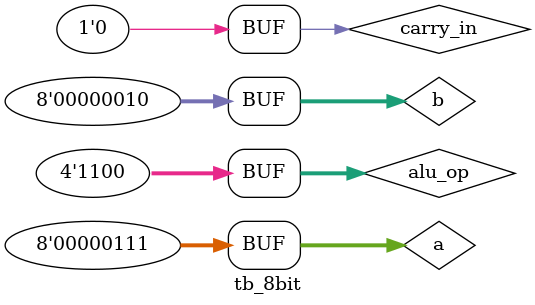
<source format=v>
`timescale 1ns / 1ps

module tb_8bit(


    );
reg [7:0] a, b;
reg [3:0] alu_op;
reg carry_in;
wire [7:0] result;
wire carry_out;

alu_8bit x1(a, b, alu_op, carry_in, carry_out, result);

initial
begin

a = 8'b00000111;
b = 8'b00000010;
//Case for And;
alu_op = 4'b0000;
carry_in = 1'b0;
#600

//Case for Or
alu_op = 4'b0001;
carry_in = 1'b0;
#600

//Case for Add
alu_op = 4'b0010;
carry_in = 1'b0;
#600

//Case for subtract
alu_op = 4'b0110;
carry_in = 1'b1;
#600

//Case for Nor
alu_op = 4'b1100;
carry_in = 1'b0;




end

endmodule
</source>
